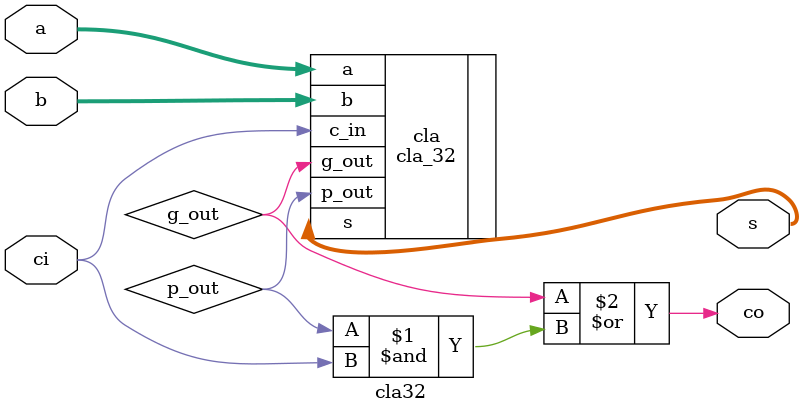
<source format=v>
module cla32(a, b, ci, s, co);
	/*********************
	 *	32-bit先行进位Add(Complete)
	 *input:
	 *	a[31:0]	: cla32 的第一个32-bit操作数
	 *	b[31:0]	: cla32 的第二个32-bit操作数
	 *	ci		: cla32 的来自下一位的进位
	 *output:
	 *	s[31:0]	: cla32 的加法结果
	 *	co		: cla32 的向上一位的进位
	 *********************/
	input [31:0] a, b;
	input ci;
	output [31:0] s;
	output co;
	
	wire g_out, p_out;
	cla_32 cla(
		.a(a),
		.b(b),
		.c_in(ci), 
		.g_out(g_out), 
		.p_out(p_out), 
		.s(s)
	);
	assign co = g_out | p_out & ci;
endmodule
</source>
